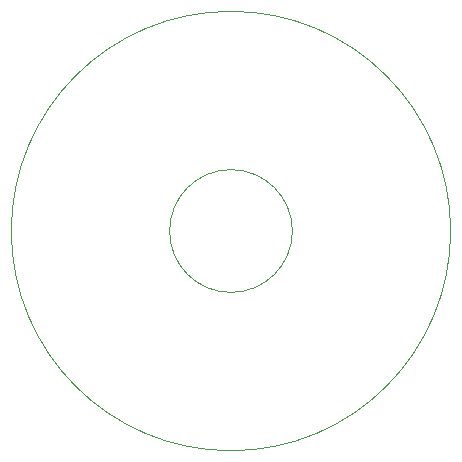
<source format=gm1>
G04 #@! TF.GenerationSoftware,KiCad,Pcbnew,(6.0.1)*
G04 #@! TF.CreationDate,2022-07-24T11:11:26+08:00*
G04 #@! TF.ProjectId,CRVisionJoystickLower,43525669-7369-46f6-9e4a-6f7973746963,rev?*
G04 #@! TF.SameCoordinates,Original*
G04 #@! TF.FileFunction,Profile,NP*
%FSLAX46Y46*%
G04 Gerber Fmt 4.6, Leading zero omitted, Abs format (unit mm)*
G04 Created by KiCad (PCBNEW (6.0.1)) date 2022-07-24 11:11:26*
%MOMM*%
%LPD*%
G01*
G04 APERTURE LIST*
G04 #@! TA.AperFunction,Profile*
%ADD10C,0.050000*%
G04 #@! TD*
G04 #@! TA.AperFunction,Profile*
%ADD11C,0.100000*%
G04 #@! TD*
G04 APERTURE END LIST*
D10*
X154300000Y-69900000D02*
G75*
G03*
X154300000Y-69900000I-18600000J0D01*
G01*
D11*
X140900000Y-69900000D02*
G75*
G03*
X140900000Y-69900000I-5200000J0D01*
G01*
M02*

</source>
